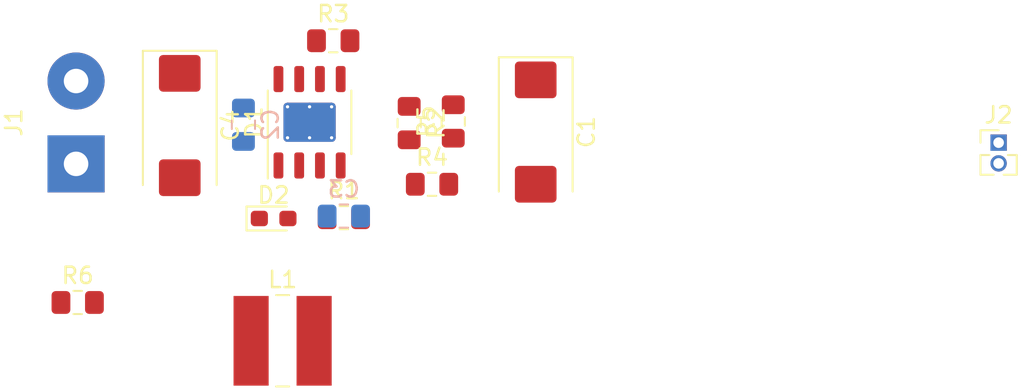
<source format=kicad_pcb>
(kicad_pcb (version 20171130) (host pcbnew "(5.0.2)-1")

  (general
    (thickness 1.6)
    (drawings 0)
    (tracks 0)
    (zones 0)
    (modules 15)
    (nets 11)
  )

  (page A4)
  (layers
    (0 F.Cu signal)
    (31 B.Cu signal)
    (32 B.Adhes user)
    (33 F.Adhes user)
    (34 B.Paste user)
    (35 F.Paste user)
    (36 B.SilkS user hide)
    (37 F.SilkS user)
    (38 B.Mask user hide)
    (39 F.Mask user hide)
    (40 Dwgs.User user hide)
    (41 Cmts.User user)
    (42 Eco1.User user)
    (43 Eco2.User user hide)
    (44 Edge.Cuts user hide)
    (45 Margin user hide)
    (46 B.CrtYd user hide)
    (47 F.CrtYd user)
    (48 B.Fab user)
    (49 F.Fab user hide)
  )

  (setup
    (last_trace_width 0.25)
    (trace_clearance 0.2)
    (zone_clearance 0.508)
    (zone_45_only no)
    (trace_min 0.2)
    (segment_width 0.2)
    (edge_width 0.15)
    (via_size 0.8)
    (via_drill 0.4)
    (via_min_size 0.4)
    (via_min_drill 0.3)
    (uvia_size 0.3)
    (uvia_drill 0.1)
    (uvias_allowed no)
    (uvia_min_size 0.2)
    (uvia_min_drill 0.1)
    (pcb_text_width 0.3)
    (pcb_text_size 1.5 1.5)
    (mod_edge_width 0.15)
    (mod_text_size 1 1)
    (mod_text_width 0.15)
    (pad_size 1.524 1.524)
    (pad_drill 0.762)
    (pad_to_mask_clearance 0.051)
    (solder_mask_min_width 0.25)
    (aux_axis_origin 0 0)
    (visible_elements FFFFFF7F)
    (pcbplotparams
      (layerselection 0x010fc_ffffffff)
      (usegerberextensions false)
      (usegerberattributes false)
      (usegerberadvancedattributes false)
      (creategerberjobfile false)
      (excludeedgelayer true)
      (linewidth 0.100000)
      (plotframeref false)
      (viasonmask false)
      (mode 1)
      (useauxorigin false)
      (hpglpennumber 1)
      (hpglpenspeed 20)
      (hpglpendiameter 15.000000)
      (psnegative false)
      (psa4output false)
      (plotreference true)
      (plotvalue true)
      (plotinvisibletext false)
      (padsonsilk false)
      (subtractmaskfromsilk false)
      (outputformat 1)
      (mirror false)
      (drillshape 1)
      (scaleselection 1)
      (outputdirectory ""))
  )

  (net 0 "")
  (net 1 /24V)
  (net 2 "Net-(C1-Pad2)")
  (net 3 "Net-(C2-Pad1)")
  (net 4 "Net-(C2-Pad2)")
  (net 5 "Net-(C3-Pad2)")
  (net 6 "Net-(C3-Pad1)")
  (net 7 GND)
  (net 8 /3.3V)
  (net 9 "Net-(D1-Pad4)")
  (net 10 "Net-(D1-Pad6)")

  (net_class Default "Это класс цепей по умолчанию."
    (clearance 0.2)
    (trace_width 0.25)
    (via_dia 0.8)
    (via_drill 0.4)
    (uvia_dia 0.3)
    (uvia_drill 0.1)
    (add_net /24V)
    (add_net /3.3V)
    (add_net GND)
    (add_net "Net-(C1-Pad2)")
    (add_net "Net-(C2-Pad1)")
    (add_net "Net-(C2-Pad2)")
    (add_net "Net-(C3-Pad1)")
    (add_net "Net-(C3-Pad2)")
    (add_net "Net-(D1-Pad4)")
    (add_net "Net-(D1-Pad6)")
  )

  (module Capacitor_Tantalum_SMD:CP_EIA-7343-43_Kemet-X_Pad2.25x2.55mm_HandSolder (layer F.Cu) (tedit 5B301BBE) (tstamp 5E96FA83)
    (at 136.25 91.05 270)
    (descr "Tantalum Capacitor SMD Kemet-X (7343-43 Metric), IPC_7351 nominal, (Body size from: http://www.kemet.com/Lists/ProductCatalog/Attachments/253/KEM_TC101_STD.pdf), generated with kicad-footprint-generator")
    (tags "capacitor tantalum")
    (path /5E71FCDE)
    (attr smd)
    (fp_text reference C1 (at 0 -3.1 270) (layer F.SilkS)
      (effects (font (size 1 1) (thickness 0.15)))
    )
    (fp_text value 50uf (at 0 3.1 270) (layer F.Fab)
      (effects (font (size 1 1) (thickness 0.15)))
    )
    (fp_line (start 3.65 -2.15) (end -2.65 -2.15) (layer F.Fab) (width 0.1))
    (fp_line (start -2.65 -2.15) (end -3.65 -1.15) (layer F.Fab) (width 0.1))
    (fp_line (start -3.65 -1.15) (end -3.65 2.15) (layer F.Fab) (width 0.1))
    (fp_line (start -3.65 2.15) (end 3.65 2.15) (layer F.Fab) (width 0.1))
    (fp_line (start 3.65 2.15) (end 3.65 -2.15) (layer F.Fab) (width 0.1))
    (fp_line (start 3.65 -2.26) (end -4.585 -2.26) (layer F.SilkS) (width 0.12))
    (fp_line (start -4.585 -2.26) (end -4.585 2.26) (layer F.SilkS) (width 0.12))
    (fp_line (start -4.585 2.26) (end 3.65 2.26) (layer F.SilkS) (width 0.12))
    (fp_line (start -4.58 2.4) (end -4.58 -2.4) (layer F.CrtYd) (width 0.05))
    (fp_line (start -4.58 -2.4) (end 4.58 -2.4) (layer F.CrtYd) (width 0.05))
    (fp_line (start 4.58 -2.4) (end 4.58 2.4) (layer F.CrtYd) (width 0.05))
    (fp_line (start 4.58 2.4) (end -4.58 2.4) (layer F.CrtYd) (width 0.05))
    (fp_text user %R (at 0.154999 -0.475001 270) (layer F.Fab)
      (effects (font (size 1 1) (thickness 0.15)))
    )
    (pad 1 smd roundrect (at -3.2 0 270) (size 2.25 2.55) (layers F.Cu F.Paste F.Mask) (roundrect_rratio 0.111111)
      (net 1 /24V))
    (pad 2 smd roundrect (at 3.2 0 270) (size 2.25 2.55) (layers F.Cu F.Paste F.Mask) (roundrect_rratio 0.111111)
      (net 2 "Net-(C1-Pad2)"))
    (model ${KISYS3DMOD}/Capacitor_Tantalum_SMD.3dshapes/CP_EIA-7343-43_Kemet-X.wrl
      (at (xyz 0 0 0))
      (scale (xyz 1 1 1))
      (rotate (xyz 0 0 0))
    )
  )

  (module Capacitor_SMD:C_0805_2012Metric_Pad1.15x1.40mm_HandSolder (layer B.Cu) (tedit 5B36C52B) (tstamp 5E96FA94)
    (at 118.35 90.6 90)
    (descr "Capacitor SMD 0805 (2012 Metric), square (rectangular) end terminal, IPC_7351 nominal with elongated pad for handsoldering. (Body size source: https://docs.google.com/spreadsheets/d/1BsfQQcO9C6DZCsRaXUlFlo91Tg2WpOkGARC1WS5S8t0/edit?usp=sharing), generated with kicad-footprint-generator")
    (tags "capacitor handsolder")
    (path /5E72045B)
    (attr smd)
    (fp_text reference C2 (at 0 1.65 90) (layer B.SilkS)
      (effects (font (size 1 1) (thickness 0.15)) (justify mirror))
    )
    (fp_text value 100nF (at 0 -1.65 90) (layer B.Fab)
      (effects (font (size 1 1) (thickness 0.15)) (justify mirror))
    )
    (fp_line (start -1 -0.6) (end -1 0.6) (layer B.Fab) (width 0.1))
    (fp_line (start -1 0.6) (end 1 0.6) (layer B.Fab) (width 0.1))
    (fp_line (start 1 0.6) (end 1 -0.6) (layer B.Fab) (width 0.1))
    (fp_line (start 1 -0.6) (end -1 -0.6) (layer B.Fab) (width 0.1))
    (fp_line (start -0.261252 0.71) (end 0.261252 0.71) (layer B.SilkS) (width 0.12))
    (fp_line (start -0.261252 -0.71) (end 0.261252 -0.71) (layer B.SilkS) (width 0.12))
    (fp_line (start -1.85 -0.95) (end -1.85 0.95) (layer B.CrtYd) (width 0.05))
    (fp_line (start -1.85 0.95) (end 1.85 0.95) (layer B.CrtYd) (width 0.05))
    (fp_line (start 1.85 0.95) (end 1.85 -0.95) (layer B.CrtYd) (width 0.05))
    (fp_line (start 1.85 -0.95) (end -1.85 -0.95) (layer B.CrtYd) (width 0.05))
    (fp_text user %R (at 0 0 90) (layer B.Fab)
      (effects (font (size 0.5 0.5) (thickness 0.08)) (justify mirror))
    )
    (pad 1 smd roundrect (at -1.025 0 90) (size 1.15 1.4) (layers B.Cu B.Paste B.Mask) (roundrect_rratio 0.217391)
      (net 3 "Net-(C2-Pad1)"))
    (pad 2 smd roundrect (at 1.025 0 90) (size 1.15 1.4) (layers B.Cu B.Paste B.Mask) (roundrect_rratio 0.217391)
      (net 4 "Net-(C2-Pad2)"))
    (model ${KISYS3DMOD}/Capacitor_SMD.3dshapes/C_0805_2012Metric.wrl
      (at (xyz 0 0 0))
      (scale (xyz 1 1 1))
      (rotate (xyz 0 0 0))
    )
  )

  (module Capacitor_SMD:C_0805_2012Metric_Pad1.15x1.40mm_HandSolder (layer B.Cu) (tedit 5B36C52B) (tstamp 5E96FAA5)
    (at 124.5 96.2 180)
    (descr "Capacitor SMD 0805 (2012 Metric), square (rectangular) end terminal, IPC_7351 nominal with elongated pad for handsoldering. (Body size source: https://docs.google.com/spreadsheets/d/1BsfQQcO9C6DZCsRaXUlFlo91Tg2WpOkGARC1WS5S8t0/edit?usp=sharing), generated with kicad-footprint-generator")
    (tags "capacitor handsolder")
    (path /5E72225A)
    (attr smd)
    (fp_text reference C3 (at 0 1.65 180) (layer B.SilkS)
      (effects (font (size 1 1) (thickness 0.15)) (justify mirror))
    )
    (fp_text value 220pF (at 0 -1.65 180) (layer B.Fab)
      (effects (font (size 1 1) (thickness 0.15)) (justify mirror))
    )
    (fp_text user %R (at 0 0 180) (layer B.Fab)
      (effects (font (size 0.5 0.5) (thickness 0.08)) (justify mirror))
    )
    (fp_line (start 1.85 -0.95) (end -1.85 -0.95) (layer B.CrtYd) (width 0.05))
    (fp_line (start 1.85 0.95) (end 1.85 -0.95) (layer B.CrtYd) (width 0.05))
    (fp_line (start -1.85 0.95) (end 1.85 0.95) (layer B.CrtYd) (width 0.05))
    (fp_line (start -1.85 -0.95) (end -1.85 0.95) (layer B.CrtYd) (width 0.05))
    (fp_line (start -0.261252 -0.71) (end 0.261252 -0.71) (layer B.SilkS) (width 0.12))
    (fp_line (start -0.261252 0.71) (end 0.261252 0.71) (layer B.SilkS) (width 0.12))
    (fp_line (start 1 -0.6) (end -1 -0.6) (layer B.Fab) (width 0.1))
    (fp_line (start 1 0.6) (end 1 -0.6) (layer B.Fab) (width 0.1))
    (fp_line (start -1 0.6) (end 1 0.6) (layer B.Fab) (width 0.1))
    (fp_line (start -1 -0.6) (end -1 0.6) (layer B.Fab) (width 0.1))
    (pad 2 smd roundrect (at 1.025 0 180) (size 1.15 1.4) (layers B.Cu B.Paste B.Mask) (roundrect_rratio 0.217391)
      (net 5 "Net-(C3-Pad2)"))
    (pad 1 smd roundrect (at -1.025 0 180) (size 1.15 1.4) (layers B.Cu B.Paste B.Mask) (roundrect_rratio 0.217391)
      (net 6 "Net-(C3-Pad1)"))
    (model ${KISYS3DMOD}/Capacitor_SMD.3dshapes/C_0805_2012Metric.wrl
      (at (xyz 0 0 0))
      (scale (xyz 1 1 1))
      (rotate (xyz 0 0 0))
    )
  )

  (module Capacitor_Tantalum_SMD:CP_EIA-7343-43_Kemet-X_Pad2.25x2.55mm_HandSolder (layer F.Cu) (tedit 5B301BBE) (tstamp 5E96FAB8)
    (at 114.45 90.65 270)
    (descr "Tantalum Capacitor SMD Kemet-X (7343-43 Metric), IPC_7351 nominal, (Body size from: http://www.kemet.com/Lists/ProductCatalog/Attachments/253/KEM_TC101_STD.pdf), generated with kicad-footprint-generator")
    (tags "capacitor tantalum")
    (path /5E71FF5B)
    (attr smd)
    (fp_text reference C4 (at 0 -3.1 270) (layer F.SilkS)
      (effects (font (size 1 1) (thickness 0.15)))
    )
    (fp_text value 22uF (at 0 3.1 270) (layer F.Fab)
      (effects (font (size 1 1) (thickness 0.15)))
    )
    (fp_text user %R (at 0.424999 -3.625001) (layer F.Fab)
      (effects (font (size 1 1) (thickness 0.15)))
    )
    (fp_line (start 4.58 2.4) (end -4.58 2.4) (layer F.CrtYd) (width 0.05))
    (fp_line (start 4.58 -2.4) (end 4.58 2.4) (layer F.CrtYd) (width 0.05))
    (fp_line (start -4.58 -2.4) (end 4.58 -2.4) (layer F.CrtYd) (width 0.05))
    (fp_line (start -4.58 2.4) (end -4.58 -2.4) (layer F.CrtYd) (width 0.05))
    (fp_line (start -4.585 2.26) (end 3.65 2.26) (layer F.SilkS) (width 0.12))
    (fp_line (start -4.585 -2.26) (end -4.585 2.26) (layer F.SilkS) (width 0.12))
    (fp_line (start 3.65 -2.26) (end -4.585 -2.26) (layer F.SilkS) (width 0.12))
    (fp_line (start 3.65 2.15) (end 3.65 -2.15) (layer F.Fab) (width 0.1))
    (fp_line (start -3.65 2.15) (end 3.65 2.15) (layer F.Fab) (width 0.1))
    (fp_line (start -3.65 -1.15) (end -3.65 2.15) (layer F.Fab) (width 0.1))
    (fp_line (start -2.65 -2.15) (end -3.65 -1.15) (layer F.Fab) (width 0.1))
    (fp_line (start 3.65 -2.15) (end -2.65 -2.15) (layer F.Fab) (width 0.1))
    (pad 2 smd roundrect (at 3.2 0 270) (size 2.25 2.55) (layers F.Cu F.Paste F.Mask) (roundrect_rratio 0.111111)
      (net 7 GND))
    (pad 1 smd roundrect (at -3.2 0 270) (size 2.25 2.55) (layers F.Cu F.Paste F.Mask) (roundrect_rratio 0.111111)
      (net 8 /3.3V))
    (model ${KISYS3DMOD}/Capacitor_Tantalum_SMD.3dshapes/CP_EIA-7343-43_Kemet-X.wrl
      (at (xyz 0 0 0))
      (scale (xyz 1 1 1))
      (rotate (xyz 0 0 0))
    )
  )

  (module Package_SO:HTSOP-8-1EP_3.9x4.9mm_P1.27mm_EP2.4x3.2mm_ThermalVias (layer F.Cu) (tedit 5B79F799) (tstamp 5E96FADC)
    (at 122.4 90.45 90)
    (descr "HTSOP, 8 Pin (https://media.digikey.com/pdf/Data%20Sheets/Rohm%20PDFs/BD9G341EFJ.pdf), generated with kicad-footprint-generator ipc_gullwing_generator.py")
    (tags "HTSOP SO")
    (path /5E720629)
    (attr smd)
    (fp_text reference D1 (at 0 -3.4 90) (layer F.SilkS)
      (effects (font (size 1 1) (thickness 0.15)))
    )
    (fp_text value MP1584EN (at 0 3.4 90) (layer F.Fab)
      (effects (font (size 1 1) (thickness 0.15)))
    )
    (fp_line (start -3.45 -2.56) (end 1.95 -2.56) (layer F.SilkS) (width 0.12))
    (fp_line (start -1.95 2.56) (end 1.95 2.56) (layer F.SilkS) (width 0.12))
    (fp_line (start -0.975 -2.45) (end 1.95 -2.45) (layer F.Fab) (width 0.1))
    (fp_line (start 1.95 -2.45) (end 1.95 2.45) (layer F.Fab) (width 0.1))
    (fp_line (start 1.95 2.45) (end -1.95 2.45) (layer F.Fab) (width 0.1))
    (fp_line (start -1.95 2.45) (end -1.95 -1.475) (layer F.Fab) (width 0.1))
    (fp_line (start -1.95 -1.475) (end -0.975 -2.45) (layer F.Fab) (width 0.1))
    (fp_line (start -3.7 -2.7) (end -3.7 2.7) (layer F.CrtYd) (width 0.05))
    (fp_line (start -3.7 2.7) (end 3.7 2.7) (layer F.CrtYd) (width 0.05))
    (fp_line (start 3.7 2.7) (end 3.7 -2.7) (layer F.CrtYd) (width 0.05))
    (fp_line (start 3.7 -2.7) (end -3.7 -2.7) (layer F.CrtYd) (width 0.05))
    (fp_text user %R (at 0 0 90) (layer F.Fab)
      (effects (font (size 0.98 0.98) (thickness 0.15)))
    )
    (pad 9 smd roundrect (at 0 0 90) (size 2.4 3.2) (layers F.Cu F.Mask) (roundrect_rratio 0.104167))
    (pad 9 thru_hole circle (at -0.95 -1.35 90) (size 0.5 0.5) (drill 0.2) (layers *.Cu))
    (pad 9 thru_hole circle (at 0.95 -1.35 90) (size 0.5 0.5) (drill 0.2) (layers *.Cu))
    (pad 9 thru_hole circle (at -0.95 0 90) (size 0.5 0.5) (drill 0.2) (layers *.Cu))
    (pad 9 thru_hole circle (at 0.95 0 90) (size 0.5 0.5) (drill 0.2) (layers *.Cu))
    (pad 9 thru_hole circle (at -0.95 1.35 90) (size 0.5 0.5) (drill 0.2) (layers *.Cu))
    (pad 9 thru_hole circle (at 0.95 1.35 90) (size 0.5 0.5) (drill 0.2) (layers *.Cu))
    (pad 9 smd roundrect (at 0 0 90) (size 2.4 3.2) (layers B.Cu) (roundrect_rratio 0.104167))
    (pad "" smd roundrect (at -0.6 -0.8 90) (size 0.97 1.29) (layers F.Paste) (roundrect_rratio 0.25))
    (pad "" smd roundrect (at -0.6 0.8 90) (size 0.97 1.29) (layers F.Paste) (roundrect_rratio 0.25))
    (pad "" smd roundrect (at 0.6 -0.8 90) (size 0.97 1.29) (layers F.Paste) (roundrect_rratio 0.25))
    (pad "" smd roundrect (at 0.6 0.8 90) (size 0.97 1.29) (layers F.Paste) (roundrect_rratio 0.25))
    (pad 1 smd roundrect (at -2.65 -1.905 90) (size 1.6 0.6) (layers F.Cu F.Paste F.Mask) (roundrect_rratio 0.25)
      (net 3 "Net-(C2-Pad1)"))
    (pad 2 smd roundrect (at -2.65 -0.635 90) (size 1.6 0.6) (layers F.Cu F.Paste F.Mask) (roundrect_rratio 0.25)
      (net 2 "Net-(C1-Pad2)"))
    (pad 3 smd roundrect (at -2.65 0.635 90) (size 1.6 0.6) (layers F.Cu F.Paste F.Mask) (roundrect_rratio 0.25)
      (net 5 "Net-(C3-Pad2)"))
    (pad 4 smd roundrect (at -2.65 1.905 90) (size 1.6 0.6) (layers F.Cu F.Paste F.Mask) (roundrect_rratio 0.25)
      (net 9 "Net-(D1-Pad4)"))
    (pad 5 smd roundrect (at 2.65 1.905 90) (size 1.6 0.6) (layers F.Cu F.Paste F.Mask) (roundrect_rratio 0.25)
      (net 7 GND))
    (pad 6 smd roundrect (at 2.65 0.635 90) (size 1.6 0.6) (layers F.Cu F.Paste F.Mask) (roundrect_rratio 0.25)
      (net 10 "Net-(D1-Pad6)"))
    (pad 7 smd roundrect (at 2.65 -0.635 90) (size 1.6 0.6) (layers F.Cu F.Paste F.Mask) (roundrect_rratio 0.25)
      (net 1 /24V))
    (pad 8 smd roundrect (at 2.65 -1.905 90) (size 1.6 0.6) (layers F.Cu F.Paste F.Mask) (roundrect_rratio 0.25)
      (net 4 "Net-(C2-Pad2)"))
    (model ${KISYS3DMOD}/Package_SO.3dshapes/HTSOP-8-1EP_3.9x4.9mm_P1.27mm_EP2.4x3.2mm.wrl
      (at (xyz 0 0 0))
      (scale (xyz 1 1 1))
      (rotate (xyz 0 0 0))
    )
  )

  (module Diode_SMD:D_0603_1608Metric_Pad1.05x0.95mm_HandSolder (layer F.Cu) (tedit 5B4B45C8) (tstamp 5E96FAEF)
    (at 120.2 96.35)
    (descr "Diode SMD 0603 (1608 Metric), square (rectangular) end terminal, IPC_7351 nominal, (Body size source: http://www.tortai-tech.com/upload/download/2011102023233369053.pdf), generated with kicad-footprint-generator")
    (tags "diode handsolder")
    (path /5E71FE3E)
    (attr smd)
    (fp_text reference D2 (at 0 -1.43) (layer F.SilkS)
      (effects (font (size 1 1) (thickness 0.15)))
    )
    (fp_text value D_Schottky (at 0 1.43) (layer F.Fab)
      (effects (font (size 1 1) (thickness 0.15)))
    )
    (fp_line (start 0.8 -0.4) (end -0.5 -0.4) (layer F.Fab) (width 0.1))
    (fp_line (start -0.5 -0.4) (end -0.8 -0.1) (layer F.Fab) (width 0.1))
    (fp_line (start -0.8 -0.1) (end -0.8 0.4) (layer F.Fab) (width 0.1))
    (fp_line (start -0.8 0.4) (end 0.8 0.4) (layer F.Fab) (width 0.1))
    (fp_line (start 0.8 0.4) (end 0.8 -0.4) (layer F.Fab) (width 0.1))
    (fp_line (start 0.8 -0.735) (end -1.66 -0.735) (layer F.SilkS) (width 0.12))
    (fp_line (start -1.66 -0.735) (end -1.66 0.735) (layer F.SilkS) (width 0.12))
    (fp_line (start -1.66 0.735) (end 0.8 0.735) (layer F.SilkS) (width 0.12))
    (fp_line (start -1.65 0.73) (end -1.65 -0.73) (layer F.CrtYd) (width 0.05))
    (fp_line (start -1.65 -0.73) (end 1.65 -0.73) (layer F.CrtYd) (width 0.05))
    (fp_line (start 1.65 -0.73) (end 1.65 0.73) (layer F.CrtYd) (width 0.05))
    (fp_line (start 1.65 0.73) (end -1.65 0.73) (layer F.CrtYd) (width 0.05))
    (fp_text user %R (at 0.05 0) (layer F.Fab)
      (effects (font (size 0.4 0.4) (thickness 0.06)))
    )
    (pad 1 smd roundrect (at -0.875 0) (size 1.05 0.95) (layers F.Cu F.Paste F.Mask) (roundrect_rratio 0.25)
      (net 3 "Net-(C2-Pad1)"))
    (pad 2 smd roundrect (at 0.875 0) (size 1.05 0.95) (layers F.Cu F.Paste F.Mask) (roundrect_rratio 0.25)
      (net 7 GND))
    (model ${KISYS3DMOD}/Diode_SMD.3dshapes/D_0603_1608Metric.wrl
      (at (xyz 0 0 0))
      (scale (xyz 1 1 1))
      (rotate (xyz 0 0 0))
    )
  )

  (module Connector_Wire:SolderWirePad_1x02_P5.08mm_Drill1.5mm (layer F.Cu) (tedit 5AEE5F19) (tstamp 5E96FAFA)
    (at 108.1 93 90)
    (descr "Wire solder connection")
    (tags connector)
    (path /5E8C7748)
    (attr virtual)
    (fp_text reference J1 (at 2.54 -3.81 90) (layer F.SilkS)
      (effects (font (size 1 1) (thickness 0.15)))
    )
    (fp_text value Conn_01x02_Female (at 2.54 3.81 90) (layer F.Fab)
      (effects (font (size 1 1) (thickness 0.15)))
    )
    (fp_text user %R (at 2.54 0 90) (layer F.Fab)
      (effects (font (size 1 1) (thickness 0.15)))
    )
    (fp_line (start -2.25 -2.25) (end 7.33 -2.25) (layer F.CrtYd) (width 0.05))
    (fp_line (start -2.25 -2.25) (end -2.25 2.25) (layer F.CrtYd) (width 0.05))
    (fp_line (start 7.33 2.25) (end 7.33 -2.25) (layer F.CrtYd) (width 0.05))
    (fp_line (start 7.33 2.25) (end -2.25 2.25) (layer F.CrtYd) (width 0.05))
    (pad 1 thru_hole rect (at 0 0 90) (size 3.50012 3.50012) (drill 1.50114) (layers *.Cu *.Mask)
      (net 7 GND))
    (pad 2 thru_hole circle (at 5.08 0 90) (size 3.50012 3.50012) (drill 1.50114) (layers *.Cu *.Mask)
      (net 1 /24V))
  )

  (module Connector_PinHeader_1.27mm:PinHeader_1x02_P1.27mm_Vertical (layer F.Cu) (tedit 59FED6E3) (tstamp 5E96FB12)
    (at 164.6 91.7)
    (descr "Through hole straight pin header, 1x02, 1.27mm pitch, single row")
    (tags "Through hole pin header THT 1x02 1.27mm single row")
    (path /5E8C9355)
    (fp_text reference J2 (at 0 -1.695) (layer F.SilkS)
      (effects (font (size 1 1) (thickness 0.15)))
    )
    (fp_text value Conn_01x02_Female (at 0 2.965) (layer F.Fab)
      (effects (font (size 1 1) (thickness 0.15)))
    )
    (fp_line (start -0.525 -0.635) (end 1.05 -0.635) (layer F.Fab) (width 0.1))
    (fp_line (start 1.05 -0.635) (end 1.05 1.905) (layer F.Fab) (width 0.1))
    (fp_line (start 1.05 1.905) (end -1.05 1.905) (layer F.Fab) (width 0.1))
    (fp_line (start -1.05 1.905) (end -1.05 -0.11) (layer F.Fab) (width 0.1))
    (fp_line (start -1.05 -0.11) (end -0.525 -0.635) (layer F.Fab) (width 0.1))
    (fp_line (start -1.11 1.965) (end -0.30753 1.965) (layer F.SilkS) (width 0.12))
    (fp_line (start 0.30753 1.965) (end 1.11 1.965) (layer F.SilkS) (width 0.12))
    (fp_line (start -1.11 0.76) (end -1.11 1.965) (layer F.SilkS) (width 0.12))
    (fp_line (start 1.11 0.76) (end 1.11 1.965) (layer F.SilkS) (width 0.12))
    (fp_line (start -1.11 0.76) (end -0.563471 0.76) (layer F.SilkS) (width 0.12))
    (fp_line (start 0.563471 0.76) (end 1.11 0.76) (layer F.SilkS) (width 0.12))
    (fp_line (start -1.11 0) (end -1.11 -0.76) (layer F.SilkS) (width 0.12))
    (fp_line (start -1.11 -0.76) (end 0 -0.76) (layer F.SilkS) (width 0.12))
    (fp_line (start -1.55 -1.15) (end -1.55 2.45) (layer F.CrtYd) (width 0.05))
    (fp_line (start -1.55 2.45) (end 1.55 2.45) (layer F.CrtYd) (width 0.05))
    (fp_line (start 1.55 2.45) (end 1.55 -1.15) (layer F.CrtYd) (width 0.05))
    (fp_line (start 1.55 -1.15) (end -1.55 -1.15) (layer F.CrtYd) (width 0.05))
    (fp_text user %R (at 0 0.635 90) (layer F.Fab)
      (effects (font (size 1 1) (thickness 0.15)))
    )
    (pad 1 thru_hole rect (at 0 0) (size 1 1) (drill 0.65) (layers *.Cu *.Mask)
      (net 8 /3.3V))
    (pad 2 thru_hole oval (at 0 1.27) (size 1 1) (drill 0.65) (layers *.Cu *.Mask)
      (net 7 GND))
    (model ${KISYS3DMOD}/Connector_PinHeader_1.27mm.3dshapes/PinHeader_1x02_P1.27mm_Vertical.wrl
      (at (xyz 0 0 0))
      (scale (xyz 1 1 1))
      (rotate (xyz 0 0 0))
    )
  )

  (module Inductor_SMD:L_Wuerth_WE-PD2-Typ-MS (layer F.Cu) (tedit 5990349D) (tstamp 5E96FB23)
    (at 120.75 103.85)
    (descr "Choke, Drossel, WE-PD2, Typ MS, Wuerth, SMD,")
    (tags "Choke Drossel WE-PD2 TypMS Wuerth SMD ")
    (path /5E71FD48)
    (attr smd)
    (fp_text reference L1 (at 0 -3.75) (layer F.SilkS)
      (effects (font (size 1 1) (thickness 0.15)))
    )
    (fp_text value 10uH (at 0 4) (layer F.Fab)
      (effects (font (size 1 1) (thickness 0.15)))
    )
    (fp_text user %R (at 0 0) (layer F.Fab)
      (effects (font (size 1 1) (thickness 0.15)))
    )
    (fp_line (start -2.2 -2.6) (end 2.2 -2.6) (layer F.Fab) (width 0.1))
    (fp_line (start 2.2 2.6) (end -2.2 2.6) (layer F.Fab) (width 0.1))
    (fp_line (start 3.25 -3) (end 3.25 3) (layer F.CrtYd) (width 0.05))
    (fp_line (start 3.25 3) (end -3.25 3) (layer F.CrtYd) (width 0.05))
    (fp_line (start -3.25 3) (end -3.25 -3) (layer F.CrtYd) (width 0.05))
    (fp_line (start -3.25 -3) (end 3.25 -3) (layer F.CrtYd) (width 0.05))
    (fp_line (start -0.4 2.8) (end 0.4 2.8) (layer F.SilkS) (width 0.12))
    (fp_line (start -0.4 -2.8) (end 0.4 -2.8) (layer F.SilkS) (width 0.12))
    (fp_arc (start -2.9 0) (end 2.3 -2.5) (angle 52) (layer F.Fab) (width 0.1))
    (fp_arc (start 2.9 0) (end -2.3 2.5) (angle 52) (layer F.Fab) (width 0.1))
    (pad 1 smd rect (at -1.93 0) (size 2.15 5.5) (layers F.Cu F.Paste F.Mask)
      (net 3 "Net-(C2-Pad1)"))
    (pad 2 smd rect (at 1.93 0) (size 2.15 5.5) (layers F.Cu F.Paste F.Mask)
      (net 8 /3.3V))
    (model ${KISYS3DMOD}/Inductor_SMD.3dshapes/L_Wuerth_WE-PD2-Typ-MS.wrl
      (at (xyz 0 0 0))
      (scale (xyz 1 1 1))
      (rotate (xyz 0 0 0))
    )
  )

  (module Resistor_SMD:R_0805_2012Metric_Pad1.15x1.40mm_HandSolder (layer F.Cu) (tedit 5B36C52B) (tstamp 5E96FB34)
    (at 124.5 96.3)
    (descr "Resistor SMD 0805 (2012 Metric), square (rectangular) end terminal, IPC_7351 nominal with elongated pad for handsoldering. (Body size source: https://docs.google.com/spreadsheets/d/1BsfQQcO9C6DZCsRaXUlFlo91Tg2WpOkGARC1WS5S8t0/edit?usp=sharing), generated with kicad-footprint-generator")
    (tags "resistor handsolder")
    (path /5E71FF8B)
    (attr smd)
    (fp_text reference R1 (at 0 -1.65) (layer F.SilkS)
      (effects (font (size 1 1) (thickness 0.15)))
    )
    (fp_text value 24.9K (at 0 1.65) (layer F.Fab)
      (effects (font (size 1 1) (thickness 0.15)))
    )
    (fp_line (start -1 0.6) (end -1 -0.6) (layer F.Fab) (width 0.1))
    (fp_line (start -1 -0.6) (end 1 -0.6) (layer F.Fab) (width 0.1))
    (fp_line (start 1 -0.6) (end 1 0.6) (layer F.Fab) (width 0.1))
    (fp_line (start 1 0.6) (end -1 0.6) (layer F.Fab) (width 0.1))
    (fp_line (start -0.261252 -0.71) (end 0.261252 -0.71) (layer F.SilkS) (width 0.12))
    (fp_line (start -0.261252 0.71) (end 0.261252 0.71) (layer F.SilkS) (width 0.12))
    (fp_line (start -1.85 0.95) (end -1.85 -0.95) (layer F.CrtYd) (width 0.05))
    (fp_line (start -1.85 -0.95) (end 1.85 -0.95) (layer F.CrtYd) (width 0.05))
    (fp_line (start 1.85 -0.95) (end 1.85 0.95) (layer F.CrtYd) (width 0.05))
    (fp_line (start 1.85 0.95) (end -1.85 0.95) (layer F.CrtYd) (width 0.05))
    (fp_text user %R (at 0 0) (layer F.Fab)
      (effects (font (size 0.5 0.5) (thickness 0.08)))
    )
    (pad 1 smd roundrect (at -1.025 0) (size 1.15 1.4) (layers F.Cu F.Paste F.Mask) (roundrect_rratio 0.217391)
      (net 2 "Net-(C1-Pad2)"))
    (pad 2 smd roundrect (at 1.025 0) (size 1.15 1.4) (layers F.Cu F.Paste F.Mask) (roundrect_rratio 0.217391)
      (net 7 GND))
    (model ${KISYS3DMOD}/Resistor_SMD.3dshapes/R_0805_2012Metric.wrl
      (at (xyz 0 0 0))
      (scale (xyz 1 1 1))
      (rotate (xyz 0 0 0))
    )
  )

  (module Resistor_SMD:R_0805_2012Metric_Pad1.15x1.40mm_HandSolder (layer F.Cu) (tedit 5B36C52B) (tstamp 5E96FB45)
    (at 128.5 90.5 270)
    (descr "Resistor SMD 0805 (2012 Metric), square (rectangular) end terminal, IPC_7351 nominal with elongated pad for handsoldering. (Body size source: https://docs.google.com/spreadsheets/d/1BsfQQcO9C6DZCsRaXUlFlo91Tg2WpOkGARC1WS5S8t0/edit?usp=sharing), generated with kicad-footprint-generator")
    (tags "resistor handsolder")
    (path /5E71FC39)
    (attr smd)
    (fp_text reference R2 (at 0 -1.65 270) (layer F.SilkS)
      (effects (font (size 1 1) (thickness 0.15)))
    )
    (fp_text value 100K (at 0 1.65 270) (layer F.Fab)
      (effects (font (size 1 1) (thickness 0.15)))
    )
    (fp_line (start -1 0.6) (end -1 -0.6) (layer F.Fab) (width 0.1))
    (fp_line (start -1 -0.6) (end 1 -0.6) (layer F.Fab) (width 0.1))
    (fp_line (start 1 -0.6) (end 1 0.6) (layer F.Fab) (width 0.1))
    (fp_line (start 1 0.6) (end -1 0.6) (layer F.Fab) (width 0.1))
    (fp_line (start -0.261252 -0.71) (end 0.261252 -0.71) (layer F.SilkS) (width 0.12))
    (fp_line (start -0.261252 0.71) (end 0.261252 0.71) (layer F.SilkS) (width 0.12))
    (fp_line (start -1.85 0.95) (end -1.85 -0.95) (layer F.CrtYd) (width 0.05))
    (fp_line (start -1.85 -0.95) (end 1.85 -0.95) (layer F.CrtYd) (width 0.05))
    (fp_line (start 1.85 -0.95) (end 1.85 0.95) (layer F.CrtYd) (width 0.05))
    (fp_line (start 1.85 0.95) (end -1.85 0.95) (layer F.CrtYd) (width 0.05))
    (fp_text user %R (at 0.1 -0.5 270) (layer F.Fab)
      (effects (font (size 0.5 0.5) (thickness 0.08)))
    )
    (pad 1 smd roundrect (at -1.025 0 270) (size 1.15 1.4) (layers F.Cu F.Paste F.Mask) (roundrect_rratio 0.217391)
      (net 1 /24V))
    (pad 2 smd roundrect (at 1.025 0 270) (size 1.15 1.4) (layers F.Cu F.Paste F.Mask) (roundrect_rratio 0.217391)
      (net 2 "Net-(C1-Pad2)"))
    (model ${KISYS3DMOD}/Resistor_SMD.3dshapes/R_0805_2012Metric.wrl
      (at (xyz 0 0 0))
      (scale (xyz 1 1 1))
      (rotate (xyz 0 0 0))
    )
  )

  (module Resistor_SMD:R_0805_2012Metric_Pad1.15x1.40mm_HandSolder (layer F.Cu) (tedit 5B36C52B) (tstamp 5E96FB56)
    (at 123.85 85.45)
    (descr "Resistor SMD 0805 (2012 Metric), square (rectangular) end terminal, IPC_7351 nominal with elongated pad for handsoldering. (Body size source: https://docs.google.com/spreadsheets/d/1BsfQQcO9C6DZCsRaXUlFlo91Tg2WpOkGARC1WS5S8t0/edit?usp=sharing), generated with kicad-footprint-generator")
    (tags "resistor handsolder")
    (path /5E71FF25)
    (attr smd)
    (fp_text reference R3 (at 0 -1.65) (layer F.SilkS)
      (effects (font (size 1 1) (thickness 0.15)))
    )
    (fp_text value 200K (at 0 1.65) (layer F.Fab)
      (effects (font (size 1 1) (thickness 0.15)))
    )
    (fp_text user %R (at 0 0) (layer F.Fab)
      (effects (font (size 0.5 0.5) (thickness 0.08)))
    )
    (fp_line (start 1.85 0.95) (end -1.85 0.95) (layer F.CrtYd) (width 0.05))
    (fp_line (start 1.85 -0.95) (end 1.85 0.95) (layer F.CrtYd) (width 0.05))
    (fp_line (start -1.85 -0.95) (end 1.85 -0.95) (layer F.CrtYd) (width 0.05))
    (fp_line (start -1.85 0.95) (end -1.85 -0.95) (layer F.CrtYd) (width 0.05))
    (fp_line (start -0.261252 0.71) (end 0.261252 0.71) (layer F.SilkS) (width 0.12))
    (fp_line (start -0.261252 -0.71) (end 0.261252 -0.71) (layer F.SilkS) (width 0.12))
    (fp_line (start 1 0.6) (end -1 0.6) (layer F.Fab) (width 0.1))
    (fp_line (start 1 -0.6) (end 1 0.6) (layer F.Fab) (width 0.1))
    (fp_line (start -1 -0.6) (end 1 -0.6) (layer F.Fab) (width 0.1))
    (fp_line (start -1 0.6) (end -1 -0.6) (layer F.Fab) (width 0.1))
    (pad 2 smd roundrect (at 1.025 0) (size 1.15 1.4) (layers F.Cu F.Paste F.Mask) (roundrect_rratio 0.217391)
      (net 7 GND))
    (pad 1 smd roundrect (at -1.025 0) (size 1.15 1.4) (layers F.Cu F.Paste F.Mask) (roundrect_rratio 0.217391)
      (net 10 "Net-(D1-Pad6)"))
    (model ${KISYS3DMOD}/Resistor_SMD.3dshapes/R_0805_2012Metric.wrl
      (at (xyz 0 0 0))
      (scale (xyz 1 1 1))
      (rotate (xyz 0 0 0))
    )
  )

  (module Resistor_SMD:R_0805_2012Metric_Pad1.15x1.40mm_HandSolder (layer F.Cu) (tedit 5B36C52B) (tstamp 5E96FB67)
    (at 129.9 94.25)
    (descr "Resistor SMD 0805 (2012 Metric), square (rectangular) end terminal, IPC_7351 nominal with elongated pad for handsoldering. (Body size source: https://docs.google.com/spreadsheets/d/1BsfQQcO9C6DZCsRaXUlFlo91Tg2WpOkGARC1WS5S8t0/edit?usp=sharing), generated with kicad-footprint-generator")
    (tags "resistor handsolder")
    (path /5E722A25)
    (attr smd)
    (fp_text reference R4 (at 0 -1.65) (layer F.SilkS)
      (effects (font (size 1 1) (thickness 0.15)))
    )
    (fp_text value 68.1K (at 0 1.65) (layer F.Fab)
      (effects (font (size 1 1) (thickness 0.15)))
    )
    (fp_text user %R (at 0 0) (layer F.Fab)
      (effects (font (size 0.5 0.5) (thickness 0.08)))
    )
    (fp_line (start 1.85 0.95) (end -1.85 0.95) (layer F.CrtYd) (width 0.05))
    (fp_line (start 1.85 -0.95) (end 1.85 0.95) (layer F.CrtYd) (width 0.05))
    (fp_line (start -1.85 -0.95) (end 1.85 -0.95) (layer F.CrtYd) (width 0.05))
    (fp_line (start -1.85 0.95) (end -1.85 -0.95) (layer F.CrtYd) (width 0.05))
    (fp_line (start -0.261252 0.71) (end 0.261252 0.71) (layer F.SilkS) (width 0.12))
    (fp_line (start -0.261252 -0.71) (end 0.261252 -0.71) (layer F.SilkS) (width 0.12))
    (fp_line (start 1 0.6) (end -1 0.6) (layer F.Fab) (width 0.1))
    (fp_line (start 1 -0.6) (end 1 0.6) (layer F.Fab) (width 0.1))
    (fp_line (start -1 -0.6) (end 1 -0.6) (layer F.Fab) (width 0.1))
    (fp_line (start -1 0.6) (end -1 -0.6) (layer F.Fab) (width 0.1))
    (pad 2 smd roundrect (at 1.025 0) (size 1.15 1.4) (layers F.Cu F.Paste F.Mask) (roundrect_rratio 0.217391)
      (net 7 GND))
    (pad 1 smd roundrect (at -1.025 0) (size 1.15 1.4) (layers F.Cu F.Paste F.Mask) (roundrect_rratio 0.217391)
      (net 6 "Net-(C3-Pad1)"))
    (model ${KISYS3DMOD}/Resistor_SMD.3dshapes/R_0805_2012Metric.wrl
      (at (xyz 0 0 0))
      (scale (xyz 1 1 1))
      (rotate (xyz 0 0 0))
    )
  )

  (module Resistor_SMD:R_0805_2012Metric_Pad1.15x1.40mm_HandSolder (layer F.Cu) (tedit 5B36C52B) (tstamp 5E96FB78)
    (at 131.2 90.4 90)
    (descr "Resistor SMD 0805 (2012 Metric), square (rectangular) end terminal, IPC_7351 nominal with elongated pad for handsoldering. (Body size source: https://docs.google.com/spreadsheets/d/1BsfQQcO9C6DZCsRaXUlFlo91Tg2WpOkGARC1WS5S8t0/edit?usp=sharing), generated with kicad-footprint-generator")
    (tags "resistor handsolder")
    (path /5E721E0C)
    (attr smd)
    (fp_text reference R5 (at 0 -1.65 90) (layer F.SilkS)
      (effects (font (size 1 1) (thickness 0.15)))
    )
    (fp_text value 40.2K (at 0 1.65 90) (layer F.Fab)
      (effects (font (size 1 1) (thickness 0.15)))
    )
    (fp_line (start -1 0.6) (end -1 -0.6) (layer F.Fab) (width 0.1))
    (fp_line (start -1 -0.6) (end 1 -0.6) (layer F.Fab) (width 0.1))
    (fp_line (start 1 -0.6) (end 1 0.6) (layer F.Fab) (width 0.1))
    (fp_line (start 1 0.6) (end -1 0.6) (layer F.Fab) (width 0.1))
    (fp_line (start -0.261252 -0.71) (end 0.261252 -0.71) (layer F.SilkS) (width 0.12))
    (fp_line (start -0.261252 0.71) (end 0.261252 0.71) (layer F.SilkS) (width 0.12))
    (fp_line (start -1.85 0.95) (end -1.85 -0.95) (layer F.CrtYd) (width 0.05))
    (fp_line (start -1.85 -0.95) (end 1.85 -0.95) (layer F.CrtYd) (width 0.05))
    (fp_line (start 1.85 -0.95) (end 1.85 0.95) (layer F.CrtYd) (width 0.05))
    (fp_line (start 1.85 0.95) (end -1.85 0.95) (layer F.CrtYd) (width 0.05))
    (fp_text user %R (at 0 0 90) (layer F.Fab)
      (effects (font (size 0.5 0.5) (thickness 0.08)))
    )
    (pad 1 smd roundrect (at -1.025 0 90) (size 1.15 1.4) (layers F.Cu F.Paste F.Mask) (roundrect_rratio 0.217391)
      (net 9 "Net-(D1-Pad4)"))
    (pad 2 smd roundrect (at 1.025 0 90) (size 1.15 1.4) (layers F.Cu F.Paste F.Mask) (roundrect_rratio 0.217391)
      (net 7 GND))
    (model ${KISYS3DMOD}/Resistor_SMD.3dshapes/R_0805_2012Metric.wrl
      (at (xyz 0 0 0))
      (scale (xyz 1 1 1))
      (rotate (xyz 0 0 0))
    )
  )

  (module Resistor_SMD:R_0805_2012Metric_Pad1.15x1.40mm_HandSolder (layer F.Cu) (tedit 5B36C52B) (tstamp 5E96FB89)
    (at 108.2 101.5)
    (descr "Resistor SMD 0805 (2012 Metric), square (rectangular) end terminal, IPC_7351 nominal with elongated pad for handsoldering. (Body size source: https://docs.google.com/spreadsheets/d/1BsfQQcO9C6DZCsRaXUlFlo91Tg2WpOkGARC1WS5S8t0/edit?usp=sharing), generated with kicad-footprint-generator")
    (tags "resistor handsolder")
    (path /5E7217E0)
    (attr smd)
    (fp_text reference R6 (at 0 -1.65) (layer F.SilkS)
      (effects (font (size 1 1) (thickness 0.15)))
    )
    (fp_text value 124K (at 0 1.65) (layer F.Fab)
      (effects (font (size 1 1) (thickness 0.15)))
    )
    (fp_text user %R (at 0 0) (layer F.Fab)
      (effects (font (size 0.5 0.5) (thickness 0.08)))
    )
    (fp_line (start 1.85 0.95) (end -1.85 0.95) (layer F.CrtYd) (width 0.05))
    (fp_line (start 1.85 -0.95) (end 1.85 0.95) (layer F.CrtYd) (width 0.05))
    (fp_line (start -1.85 -0.95) (end 1.85 -0.95) (layer F.CrtYd) (width 0.05))
    (fp_line (start -1.85 0.95) (end -1.85 -0.95) (layer F.CrtYd) (width 0.05))
    (fp_line (start -0.261252 0.71) (end 0.261252 0.71) (layer F.SilkS) (width 0.12))
    (fp_line (start -0.261252 -0.71) (end 0.261252 -0.71) (layer F.SilkS) (width 0.12))
    (fp_line (start 1 0.6) (end -1 0.6) (layer F.Fab) (width 0.1))
    (fp_line (start 1 -0.6) (end 1 0.6) (layer F.Fab) (width 0.1))
    (fp_line (start -1 -0.6) (end 1 -0.6) (layer F.Fab) (width 0.1))
    (fp_line (start -1 0.6) (end -1 -0.6) (layer F.Fab) (width 0.1))
    (pad 2 smd roundrect (at 1.025 0) (size 1.15 1.4) (layers F.Cu F.Paste F.Mask) (roundrect_rratio 0.217391)
      (net 9 "Net-(D1-Pad4)"))
    (pad 1 smd roundrect (at -1.025 0) (size 1.15 1.4) (layers F.Cu F.Paste F.Mask) (roundrect_rratio 0.217391)
      (net 8 /3.3V))
    (model ${KISYS3DMOD}/Resistor_SMD.3dshapes/R_0805_2012Metric.wrl
      (at (xyz 0 0 0))
      (scale (xyz 1 1 1))
      (rotate (xyz 0 0 0))
    )
  )

)

</source>
